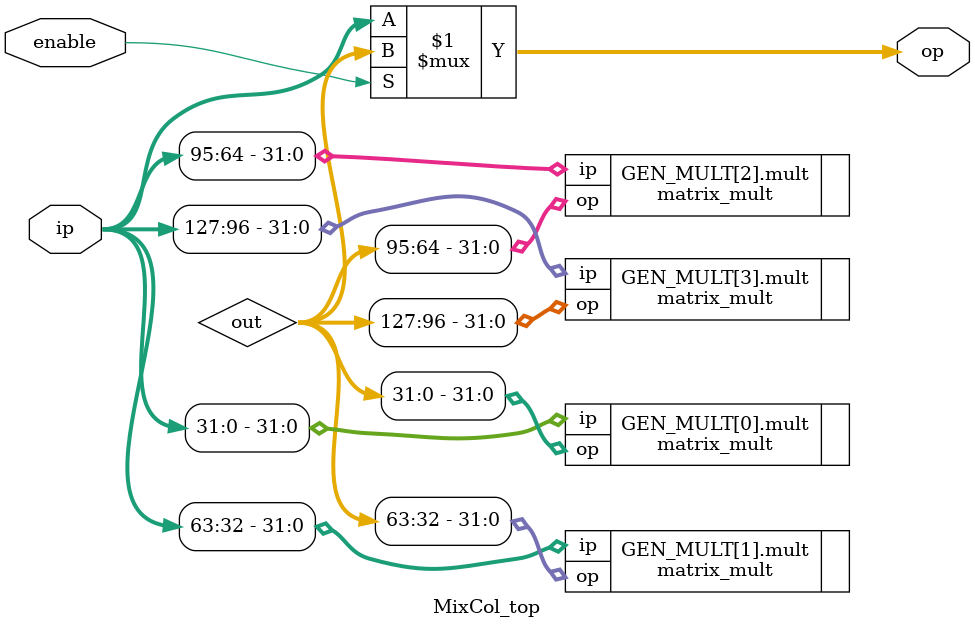
<source format=v>
module MixCol_top(
    input   [127:0] ip,
    input   enable,
    output  [127:0] op
);

wire [127:0] out;

/* Instantiate 4 matrix_mult units */
genvar i;
generate
    for (i=0; i<4; i=i+1)
    begin: GEN_MULT
        matrix_mult mult(
            .ip(ip[32*i +: 32]),
            .op(out[32*i +: 32])
        );
    end
endgenerate

assign op = enable ? out : ip;

endmodule

</source>
